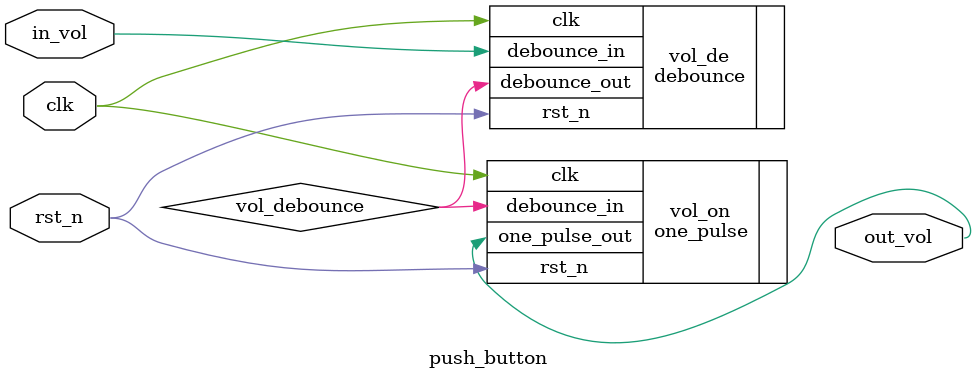
<source format=v>
`timescale 1ns / 1ps
module push_button(in_vol,rst_n,clk,out_vol
    );
	input in_vol;
	input clk,rst_n;
	output out_vol;
	
	wire vol_debounce;
	
	
	
	debounce vol_de(
	.debounce_in(in_vol),
	.debounce_out(vol_debounce),
	.clk(clk),
	.rst_n(rst_n)
	);
	
	one_pulse vol_on(
	.debounce_in(vol_debounce),
	.one_pulse_out(out_vol),
	.clk(clk),
	.rst_n(rst_n)
	);
	
endmodule

</source>
